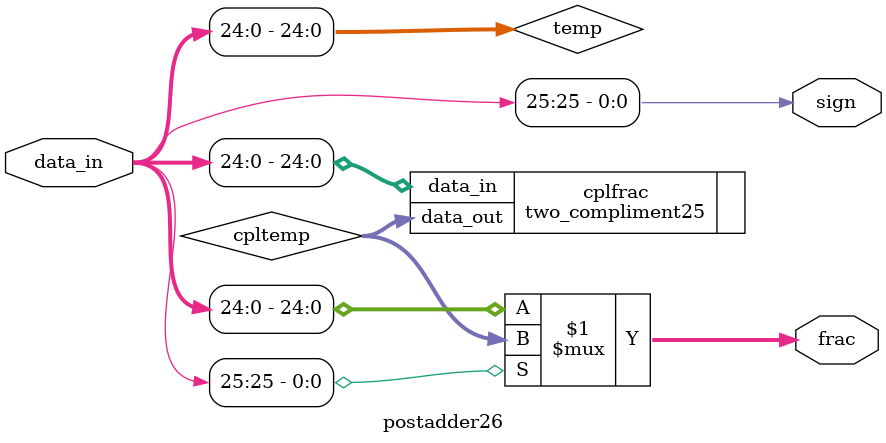
<source format=v>
module postadder26(data_in,sign,frac);
	input	[25:0]data_in;
	output	sign;
	output	[24:0]frac;

	wire	[24:0]temp,cpltemp;

	assign	sign=data_in[25];	
	assign 	temp=data_in[24:0];
	two_compliment25	cplfrac(.data_in(temp),.data_out(cpltemp));
	assign	frac=sign?cpltemp:temp;
endmodule

</source>
